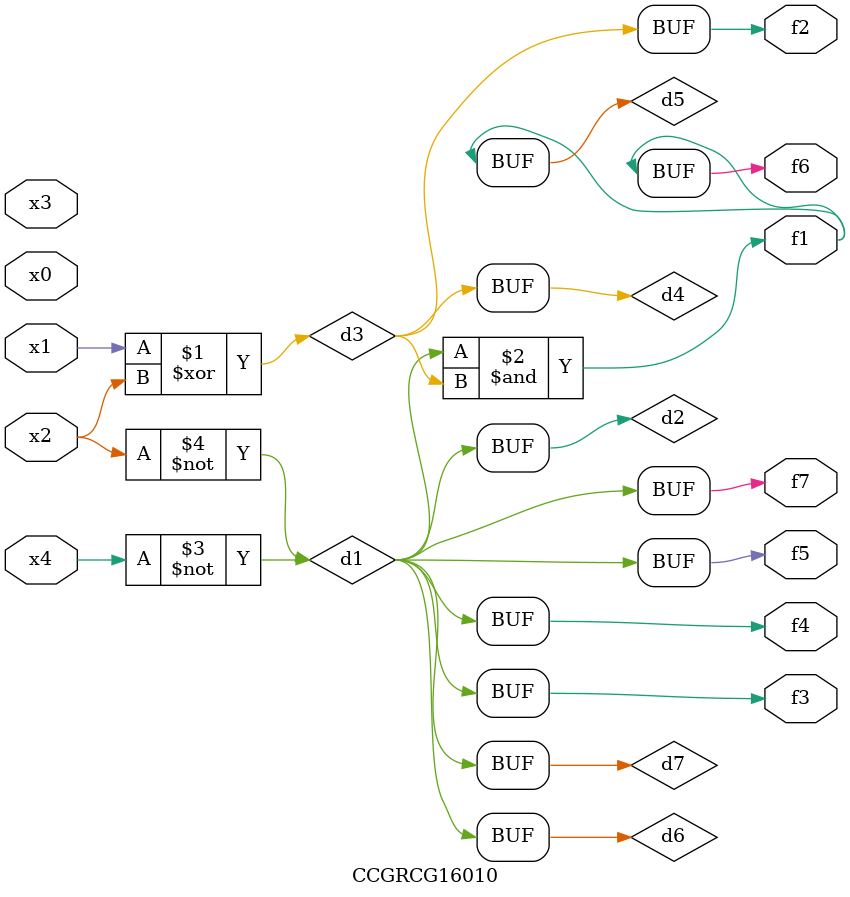
<source format=v>
module CCGRCG16010(
	input x0, x1, x2, x3, x4,
	output f1, f2, f3, f4, f5, f6, f7
);

	wire d1, d2, d3, d4, d5, d6, d7;

	not (d1, x4);
	not (d2, x2);
	xor (d3, x1, x2);
	buf (d4, d3);
	and (d5, d1, d3);
	buf (d6, d1, d2);
	buf (d7, d2);
	assign f1 = d5;
	assign f2 = d4;
	assign f3 = d7;
	assign f4 = d7;
	assign f5 = d7;
	assign f6 = d5;
	assign f7 = d7;
endmodule

</source>
